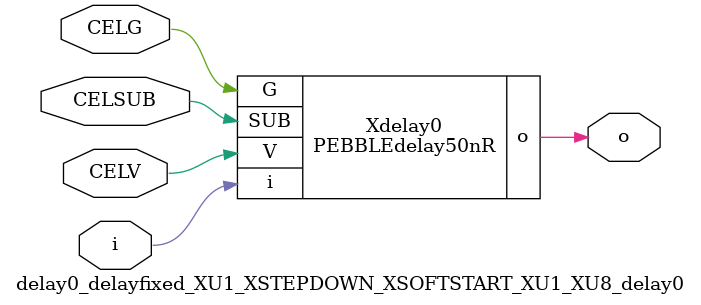
<source format=v>



module PEBBLEdelay50nR ( o, V, G, i, SUB );

  input V;
  input i;
  input G;
  output o;
  input SUB;
endmodule

//Celera Confidential Do Not Copy delay0_delayfixed_XU1_XSTEPDOWN_XSOFTSTART_XU1_XU8_delay0
//TYPE: fixed 50ns
module delay0_delayfixed_XU1_XSTEPDOWN_XSOFTSTART_XU1_XU8_delay0 (i, CELV, o,
CELG,CELSUB);
input CELV;
input i;
output o;
input CELSUB;
input CELG;

//Celera Confidential Do Not Copy delayfast0
PEBBLEdelay50nR Xdelay0(
.V (CELV),
.i (i),
.o (o),
.G (CELG),
.SUB (CELSUB)
);
//,diesize,PEBBLEdelay50nR

//Celera Confidential Do Not Copy Module End
//Celera Schematic Generator
endmodule

</source>
